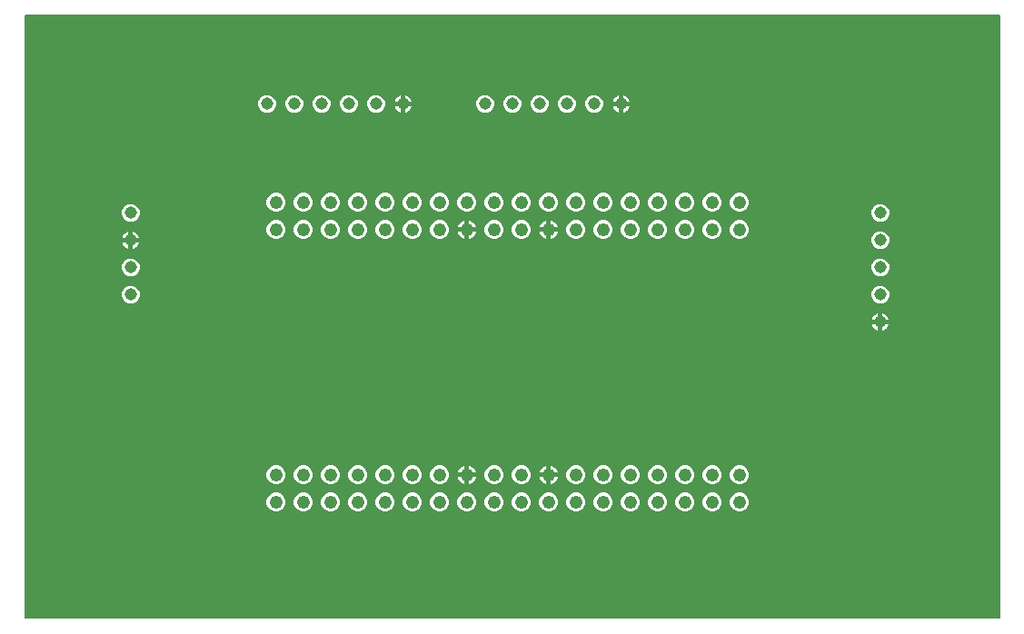
<source format=gbr>
G04 EAGLE Gerber RS-274X export*
G75*
%MOMM*%
%FSLAX34Y34*%
%LPD*%
%INCopper Layer 2*%
%IPPOS*%
%AMOC8*
5,1,8,0,0,1.08239X$1,22.5*%
G01*
%ADD10C,1.244600*%
%ADD11C,1.137919*%

G36*
X910508Y16D02*
X910508Y16D01*
X910627Y23D01*
X910665Y36D01*
X910706Y41D01*
X910816Y84D01*
X910929Y121D01*
X910964Y143D01*
X911001Y158D01*
X911097Y227D01*
X911198Y291D01*
X911226Y321D01*
X911259Y344D01*
X911335Y436D01*
X911416Y523D01*
X911436Y558D01*
X911461Y589D01*
X911512Y697D01*
X911570Y801D01*
X911580Y841D01*
X911597Y877D01*
X911619Y994D01*
X911649Y1109D01*
X911653Y1169D01*
X911657Y1189D01*
X911655Y1210D01*
X911659Y1270D01*
X911659Y561850D01*
X911644Y561968D01*
X911637Y562087D01*
X911624Y562125D01*
X911619Y562166D01*
X911576Y562276D01*
X911539Y562389D01*
X911517Y562424D01*
X911502Y562461D01*
X911433Y562557D01*
X911369Y562658D01*
X911339Y562686D01*
X911316Y562719D01*
X911224Y562795D01*
X911137Y562876D01*
X911102Y562896D01*
X911071Y562921D01*
X910963Y562972D01*
X910859Y563030D01*
X910819Y563040D01*
X910783Y563057D01*
X910666Y563079D01*
X910551Y563109D01*
X910491Y563113D01*
X910471Y563117D01*
X910450Y563115D01*
X910390Y563119D01*
X3810Y563119D01*
X3692Y563104D01*
X3573Y563097D01*
X3535Y563084D01*
X3494Y563079D01*
X3384Y563036D01*
X3271Y562999D01*
X3236Y562977D01*
X3199Y562962D01*
X3103Y562893D01*
X3002Y562829D01*
X2974Y562799D01*
X2941Y562776D01*
X2865Y562684D01*
X2784Y562597D01*
X2764Y562562D01*
X2739Y562531D01*
X2688Y562423D01*
X2630Y562319D01*
X2620Y562279D01*
X2603Y562243D01*
X2581Y562126D01*
X2551Y562011D01*
X2547Y561951D01*
X2543Y561931D01*
X2545Y561910D01*
X2541Y561850D01*
X2541Y1270D01*
X2556Y1152D01*
X2563Y1033D01*
X2576Y995D01*
X2581Y954D01*
X2624Y844D01*
X2661Y731D01*
X2683Y696D01*
X2698Y659D01*
X2767Y563D01*
X2831Y462D01*
X2861Y434D01*
X2884Y401D01*
X2976Y325D01*
X3063Y244D01*
X3098Y224D01*
X3129Y199D01*
X3237Y148D01*
X3341Y90D01*
X3381Y80D01*
X3417Y63D01*
X3534Y41D01*
X3649Y11D01*
X3709Y7D01*
X3729Y3D01*
X3750Y5D01*
X3810Y1D01*
X910390Y1D01*
X910508Y16D01*
G37*
%LPC*%
G36*
X463757Y125596D02*
X463757Y125596D01*
X460536Y126930D01*
X458070Y129396D01*
X456736Y132617D01*
X456736Y136103D01*
X458070Y139324D01*
X460536Y141790D01*
X463757Y143124D01*
X467243Y143124D01*
X470464Y141790D01*
X472930Y139324D01*
X474264Y136103D01*
X474264Y132617D01*
X472930Y129396D01*
X470464Y126930D01*
X467243Y125596D01*
X463757Y125596D01*
G37*
%LPD*%
%LPC*%
G36*
X438357Y125596D02*
X438357Y125596D01*
X435136Y126930D01*
X432670Y129396D01*
X431336Y132617D01*
X431336Y136103D01*
X432670Y139324D01*
X435136Y141790D01*
X438357Y143124D01*
X441843Y143124D01*
X445064Y141790D01*
X447530Y139324D01*
X448864Y136103D01*
X448864Y132617D01*
X447530Y129396D01*
X445064Y126930D01*
X441843Y125596D01*
X438357Y125596D01*
G37*
%LPD*%
%LPC*%
G36*
X387557Y125596D02*
X387557Y125596D01*
X384336Y126930D01*
X381870Y129396D01*
X380536Y132617D01*
X380536Y136103D01*
X381870Y139324D01*
X384336Y141790D01*
X387557Y143124D01*
X391043Y143124D01*
X394264Y141790D01*
X396730Y139324D01*
X398064Y136103D01*
X398064Y132617D01*
X396730Y129396D01*
X394264Y126930D01*
X391043Y125596D01*
X387557Y125596D01*
G37*
%LPD*%
%LPC*%
G36*
X362157Y125596D02*
X362157Y125596D01*
X358936Y126930D01*
X356470Y129396D01*
X355136Y132617D01*
X355136Y136103D01*
X356470Y139324D01*
X358936Y141790D01*
X362157Y143124D01*
X365643Y143124D01*
X368864Y141790D01*
X371330Y139324D01*
X372664Y136103D01*
X372664Y132617D01*
X371330Y129396D01*
X368864Y126930D01*
X365643Y125596D01*
X362157Y125596D01*
G37*
%LPD*%
%LPC*%
G36*
X336757Y125596D02*
X336757Y125596D01*
X333536Y126930D01*
X331070Y129396D01*
X329736Y132617D01*
X329736Y136103D01*
X331070Y139324D01*
X333536Y141790D01*
X336757Y143124D01*
X340243Y143124D01*
X343464Y141790D01*
X345930Y139324D01*
X347264Y136103D01*
X347264Y132617D01*
X345930Y129396D01*
X343464Y126930D01*
X340243Y125596D01*
X336757Y125596D01*
G37*
%LPD*%
%LPC*%
G36*
X311357Y125596D02*
X311357Y125596D01*
X308136Y126930D01*
X305670Y129396D01*
X304336Y132617D01*
X304336Y136103D01*
X305670Y139324D01*
X308136Y141790D01*
X311357Y143124D01*
X314843Y143124D01*
X318064Y141790D01*
X320530Y139324D01*
X321864Y136103D01*
X321864Y132617D01*
X320530Y129396D01*
X318064Y126930D01*
X314843Y125596D01*
X311357Y125596D01*
G37*
%LPD*%
%LPC*%
G36*
X285957Y125596D02*
X285957Y125596D01*
X282736Y126930D01*
X280270Y129396D01*
X278936Y132617D01*
X278936Y136103D01*
X280270Y139324D01*
X282736Y141790D01*
X285957Y143124D01*
X289443Y143124D01*
X292664Y141790D01*
X295130Y139324D01*
X296464Y136103D01*
X296464Y132617D01*
X295130Y129396D01*
X292664Y126930D01*
X289443Y125596D01*
X285957Y125596D01*
G37*
%LPD*%
%LPC*%
G36*
X666957Y100196D02*
X666957Y100196D01*
X663736Y101530D01*
X661270Y103996D01*
X659936Y107217D01*
X659936Y110703D01*
X661270Y113924D01*
X663736Y116390D01*
X666957Y117724D01*
X670443Y117724D01*
X673664Y116390D01*
X676130Y113924D01*
X677464Y110703D01*
X677464Y107217D01*
X676130Y103996D01*
X673664Y101530D01*
X670443Y100196D01*
X666957Y100196D01*
G37*
%LPD*%
%LPC*%
G36*
X641557Y100196D02*
X641557Y100196D01*
X638336Y101530D01*
X635870Y103996D01*
X634536Y107217D01*
X634536Y110703D01*
X635870Y113924D01*
X638336Y116390D01*
X641557Y117724D01*
X645043Y117724D01*
X648264Y116390D01*
X650730Y113924D01*
X652064Y110703D01*
X652064Y107217D01*
X650730Y103996D01*
X648264Y101530D01*
X645043Y100196D01*
X641557Y100196D01*
G37*
%LPD*%
%LPC*%
G36*
X616157Y100196D02*
X616157Y100196D01*
X612936Y101530D01*
X610470Y103996D01*
X609136Y107217D01*
X609136Y110703D01*
X610470Y113924D01*
X612936Y116390D01*
X616157Y117724D01*
X619643Y117724D01*
X622864Y116390D01*
X625330Y113924D01*
X626664Y110703D01*
X626664Y107217D01*
X625330Y103996D01*
X622864Y101530D01*
X619643Y100196D01*
X616157Y100196D01*
G37*
%LPD*%
%LPC*%
G36*
X565357Y100196D02*
X565357Y100196D01*
X562136Y101530D01*
X559670Y103996D01*
X558336Y107217D01*
X558336Y110703D01*
X559670Y113924D01*
X562136Y116390D01*
X565357Y117724D01*
X568843Y117724D01*
X572064Y116390D01*
X574530Y113924D01*
X575864Y110703D01*
X575864Y107217D01*
X574530Y103996D01*
X572064Y101530D01*
X568843Y100196D01*
X565357Y100196D01*
G37*
%LPD*%
%LPC*%
G36*
X539957Y100196D02*
X539957Y100196D01*
X536736Y101530D01*
X534270Y103996D01*
X532936Y107217D01*
X532936Y110703D01*
X534270Y113924D01*
X536736Y116390D01*
X539957Y117724D01*
X543443Y117724D01*
X546664Y116390D01*
X549130Y113924D01*
X550464Y110703D01*
X550464Y107217D01*
X549130Y103996D01*
X546664Y101530D01*
X543443Y100196D01*
X539957Y100196D01*
G37*
%LPD*%
%LPC*%
G36*
X514557Y100196D02*
X514557Y100196D01*
X511336Y101530D01*
X508870Y103996D01*
X507536Y107217D01*
X507536Y110703D01*
X508870Y113924D01*
X511336Y116390D01*
X514557Y117724D01*
X518043Y117724D01*
X521264Y116390D01*
X523730Y113924D01*
X525064Y110703D01*
X525064Y107217D01*
X523730Y103996D01*
X521264Y101530D01*
X518043Y100196D01*
X514557Y100196D01*
G37*
%LPD*%
%LPC*%
G36*
X489157Y379596D02*
X489157Y379596D01*
X485936Y380930D01*
X483470Y383396D01*
X482136Y386617D01*
X482136Y390103D01*
X483470Y393324D01*
X485936Y395790D01*
X489157Y397124D01*
X492643Y397124D01*
X495864Y395790D01*
X498330Y393324D01*
X499664Y390103D01*
X499664Y386617D01*
X498330Y383396D01*
X495864Y380930D01*
X492643Y379596D01*
X489157Y379596D01*
G37*
%LPD*%
%LPC*%
G36*
X489157Y100196D02*
X489157Y100196D01*
X485936Y101530D01*
X483470Y103996D01*
X482136Y107217D01*
X482136Y110703D01*
X483470Y113924D01*
X485936Y116390D01*
X489157Y117724D01*
X492643Y117724D01*
X495864Y116390D01*
X498330Y113924D01*
X499664Y110703D01*
X499664Y107217D01*
X498330Y103996D01*
X495864Y101530D01*
X492643Y100196D01*
X489157Y100196D01*
G37*
%LPD*%
%LPC*%
G36*
X463757Y100196D02*
X463757Y100196D01*
X460536Y101530D01*
X458070Y103996D01*
X456736Y107217D01*
X456736Y110703D01*
X458070Y113924D01*
X460536Y116390D01*
X463757Y117724D01*
X467243Y117724D01*
X470464Y116390D01*
X472930Y113924D01*
X474264Y110703D01*
X474264Y107217D01*
X472930Y103996D01*
X470464Y101530D01*
X467243Y100196D01*
X463757Y100196D01*
G37*
%LPD*%
%LPC*%
G36*
X438357Y100196D02*
X438357Y100196D01*
X435136Y101530D01*
X432670Y103996D01*
X431336Y107217D01*
X431336Y110703D01*
X432670Y113924D01*
X435136Y116390D01*
X438357Y117724D01*
X441843Y117724D01*
X445064Y116390D01*
X447530Y113924D01*
X448864Y110703D01*
X448864Y107217D01*
X447530Y103996D01*
X445064Y101530D01*
X441843Y100196D01*
X438357Y100196D01*
G37*
%LPD*%
%LPC*%
G36*
X412957Y100196D02*
X412957Y100196D01*
X409736Y101530D01*
X407270Y103996D01*
X405936Y107217D01*
X405936Y110703D01*
X407270Y113924D01*
X409736Y116390D01*
X412957Y117724D01*
X416443Y117724D01*
X419664Y116390D01*
X422130Y113924D01*
X423464Y110703D01*
X423464Y107217D01*
X422130Y103996D01*
X419664Y101530D01*
X416443Y100196D01*
X412957Y100196D01*
G37*
%LPD*%
%LPC*%
G36*
X260557Y379596D02*
X260557Y379596D01*
X257336Y380930D01*
X254870Y383396D01*
X253536Y386617D01*
X253536Y390103D01*
X254870Y393324D01*
X257336Y395790D01*
X260557Y397124D01*
X264043Y397124D01*
X267264Y395790D01*
X269730Y393324D01*
X271064Y390103D01*
X271064Y386617D01*
X269730Y383396D01*
X267264Y380930D01*
X264043Y379596D01*
X260557Y379596D01*
G37*
%LPD*%
%LPC*%
G36*
X235157Y379596D02*
X235157Y379596D01*
X231936Y380930D01*
X229470Y383396D01*
X228136Y386617D01*
X228136Y390103D01*
X229470Y393324D01*
X231936Y395790D01*
X235157Y397124D01*
X238643Y397124D01*
X241864Y395790D01*
X244330Y393324D01*
X245664Y390103D01*
X245664Y386617D01*
X244330Y383396D01*
X241864Y380930D01*
X238643Y379596D01*
X235157Y379596D01*
G37*
%LPD*%
%LPC*%
G36*
X666957Y379596D02*
X666957Y379596D01*
X663736Y380930D01*
X661270Y383396D01*
X659936Y386617D01*
X659936Y390103D01*
X661270Y393324D01*
X663736Y395790D01*
X666957Y397124D01*
X670443Y397124D01*
X673664Y395790D01*
X676130Y393324D01*
X677464Y390103D01*
X677464Y386617D01*
X676130Y383396D01*
X673664Y380930D01*
X670443Y379596D01*
X666957Y379596D01*
G37*
%LPD*%
%LPC*%
G36*
X641557Y379596D02*
X641557Y379596D01*
X638336Y380930D01*
X635870Y383396D01*
X634536Y386617D01*
X634536Y390103D01*
X635870Y393324D01*
X638336Y395790D01*
X641557Y397124D01*
X645043Y397124D01*
X648264Y395790D01*
X650730Y393324D01*
X652064Y390103D01*
X652064Y386617D01*
X650730Y383396D01*
X648264Y380930D01*
X645043Y379596D01*
X641557Y379596D01*
G37*
%LPD*%
%LPC*%
G36*
X616157Y379596D02*
X616157Y379596D01*
X612936Y380930D01*
X610470Y383396D01*
X609136Y386617D01*
X609136Y390103D01*
X610470Y393324D01*
X612936Y395790D01*
X616157Y397124D01*
X619643Y397124D01*
X622864Y395790D01*
X625330Y393324D01*
X626664Y390103D01*
X626664Y386617D01*
X625330Y383396D01*
X622864Y380930D01*
X619643Y379596D01*
X616157Y379596D01*
G37*
%LPD*%
%LPC*%
G36*
X590757Y379596D02*
X590757Y379596D01*
X587536Y380930D01*
X585070Y383396D01*
X583736Y386617D01*
X583736Y390103D01*
X585070Y393324D01*
X587536Y395790D01*
X590757Y397124D01*
X594243Y397124D01*
X597464Y395790D01*
X599930Y393324D01*
X601264Y390103D01*
X601264Y386617D01*
X599930Y383396D01*
X597464Y380930D01*
X594243Y379596D01*
X590757Y379596D01*
G37*
%LPD*%
%LPC*%
G36*
X565357Y379596D02*
X565357Y379596D01*
X562136Y380930D01*
X559670Y383396D01*
X558336Y386617D01*
X558336Y390103D01*
X559670Y393324D01*
X562136Y395790D01*
X565357Y397124D01*
X568843Y397124D01*
X572064Y395790D01*
X574530Y393324D01*
X575864Y390103D01*
X575864Y386617D01*
X574530Y383396D01*
X572064Y380930D01*
X568843Y379596D01*
X565357Y379596D01*
G37*
%LPD*%
%LPC*%
G36*
X539957Y379596D02*
X539957Y379596D01*
X536736Y380930D01*
X534270Y383396D01*
X532936Y386617D01*
X532936Y390103D01*
X534270Y393324D01*
X536736Y395790D01*
X539957Y397124D01*
X543443Y397124D01*
X546664Y395790D01*
X549130Y393324D01*
X550464Y390103D01*
X550464Y386617D01*
X549130Y383396D01*
X546664Y380930D01*
X543443Y379596D01*
X539957Y379596D01*
G37*
%LPD*%
%LPC*%
G36*
X514557Y379596D02*
X514557Y379596D01*
X511336Y380930D01*
X508870Y383396D01*
X507536Y386617D01*
X507536Y390103D01*
X508870Y393324D01*
X511336Y395790D01*
X514557Y397124D01*
X518043Y397124D01*
X521264Y395790D01*
X523730Y393324D01*
X525064Y390103D01*
X525064Y386617D01*
X523730Y383396D01*
X521264Y380930D01*
X518043Y379596D01*
X514557Y379596D01*
G37*
%LPD*%
%LPC*%
G36*
X387557Y100196D02*
X387557Y100196D01*
X384336Y101530D01*
X381870Y103996D01*
X380536Y107217D01*
X380536Y110703D01*
X381870Y113924D01*
X384336Y116390D01*
X387557Y117724D01*
X391043Y117724D01*
X394264Y116390D01*
X396730Y113924D01*
X398064Y110703D01*
X398064Y107217D01*
X396730Y103996D01*
X394264Y101530D01*
X391043Y100196D01*
X387557Y100196D01*
G37*
%LPD*%
%LPC*%
G36*
X463757Y379596D02*
X463757Y379596D01*
X460536Y380930D01*
X458070Y383396D01*
X456736Y386617D01*
X456736Y390103D01*
X458070Y393324D01*
X460536Y395790D01*
X463757Y397124D01*
X467243Y397124D01*
X470464Y395790D01*
X472930Y393324D01*
X474264Y390103D01*
X474264Y386617D01*
X472930Y383396D01*
X470464Y380930D01*
X467243Y379596D01*
X463757Y379596D01*
G37*
%LPD*%
%LPC*%
G36*
X438357Y379596D02*
X438357Y379596D01*
X435136Y380930D01*
X432670Y383396D01*
X431336Y386617D01*
X431336Y390103D01*
X432670Y393324D01*
X435136Y395790D01*
X438357Y397124D01*
X441843Y397124D01*
X445064Y395790D01*
X447530Y393324D01*
X448864Y390103D01*
X448864Y386617D01*
X447530Y383396D01*
X445064Y380930D01*
X441843Y379596D01*
X438357Y379596D01*
G37*
%LPD*%
%LPC*%
G36*
X412957Y379596D02*
X412957Y379596D01*
X409736Y380930D01*
X407270Y383396D01*
X405936Y386617D01*
X405936Y390103D01*
X407270Y393324D01*
X409736Y395790D01*
X412957Y397124D01*
X416443Y397124D01*
X419664Y395790D01*
X422130Y393324D01*
X423464Y390103D01*
X423464Y386617D01*
X422130Y383396D01*
X419664Y380930D01*
X416443Y379596D01*
X412957Y379596D01*
G37*
%LPD*%
%LPC*%
G36*
X387557Y379596D02*
X387557Y379596D01*
X384336Y380930D01*
X381870Y383396D01*
X380536Y386617D01*
X380536Y390103D01*
X381870Y393324D01*
X384336Y395790D01*
X387557Y397124D01*
X391043Y397124D01*
X394264Y395790D01*
X396730Y393324D01*
X398064Y390103D01*
X398064Y386617D01*
X396730Y383396D01*
X394264Y380930D01*
X391043Y379596D01*
X387557Y379596D01*
G37*
%LPD*%
%LPC*%
G36*
X362157Y379596D02*
X362157Y379596D01*
X358936Y380930D01*
X356470Y383396D01*
X355136Y386617D01*
X355136Y390103D01*
X356470Y393324D01*
X358936Y395790D01*
X362157Y397124D01*
X365643Y397124D01*
X368864Y395790D01*
X371330Y393324D01*
X372664Y390103D01*
X372664Y386617D01*
X371330Y383396D01*
X368864Y380930D01*
X365643Y379596D01*
X362157Y379596D01*
G37*
%LPD*%
%LPC*%
G36*
X336757Y379596D02*
X336757Y379596D01*
X333536Y380930D01*
X331070Y383396D01*
X329736Y386617D01*
X329736Y390103D01*
X331070Y393324D01*
X333536Y395790D01*
X336757Y397124D01*
X340243Y397124D01*
X343464Y395790D01*
X345930Y393324D01*
X347264Y390103D01*
X347264Y386617D01*
X345930Y383396D01*
X343464Y380930D01*
X340243Y379596D01*
X336757Y379596D01*
G37*
%LPD*%
%LPC*%
G36*
X311357Y379596D02*
X311357Y379596D01*
X308136Y380930D01*
X305670Y383396D01*
X304336Y386617D01*
X304336Y390103D01*
X305670Y393324D01*
X308136Y395790D01*
X311357Y397124D01*
X314843Y397124D01*
X318064Y395790D01*
X320530Y393324D01*
X321864Y390103D01*
X321864Y386617D01*
X320530Y383396D01*
X318064Y380930D01*
X314843Y379596D01*
X311357Y379596D01*
G37*
%LPD*%
%LPC*%
G36*
X285957Y379596D02*
X285957Y379596D01*
X282736Y380930D01*
X280270Y383396D01*
X278936Y386617D01*
X278936Y390103D01*
X280270Y393324D01*
X282736Y395790D01*
X285957Y397124D01*
X289443Y397124D01*
X292664Y395790D01*
X295130Y393324D01*
X296464Y390103D01*
X296464Y386617D01*
X295130Y383396D01*
X292664Y380930D01*
X289443Y379596D01*
X285957Y379596D01*
G37*
%LPD*%
%LPC*%
G36*
X362157Y100196D02*
X362157Y100196D01*
X358936Y101530D01*
X356470Y103996D01*
X355136Y107217D01*
X355136Y110703D01*
X356470Y113924D01*
X358936Y116390D01*
X362157Y117724D01*
X365643Y117724D01*
X368864Y116390D01*
X371330Y113924D01*
X372664Y110703D01*
X372664Y107217D01*
X371330Y103996D01*
X368864Y101530D01*
X365643Y100196D01*
X362157Y100196D01*
G37*
%LPD*%
%LPC*%
G36*
X336757Y100196D02*
X336757Y100196D01*
X333536Y101530D01*
X331070Y103996D01*
X329736Y107217D01*
X329736Y110703D01*
X331070Y113924D01*
X333536Y116390D01*
X336757Y117724D01*
X340243Y117724D01*
X343464Y116390D01*
X345930Y113924D01*
X347264Y110703D01*
X347264Y107217D01*
X345930Y103996D01*
X343464Y101530D01*
X340243Y100196D01*
X336757Y100196D01*
G37*
%LPD*%
%LPC*%
G36*
X260557Y354196D02*
X260557Y354196D01*
X257336Y355530D01*
X254870Y357996D01*
X253536Y361217D01*
X253536Y364703D01*
X254870Y367924D01*
X257336Y370390D01*
X260557Y371724D01*
X264043Y371724D01*
X267264Y370390D01*
X269730Y367924D01*
X271064Y364703D01*
X271064Y361217D01*
X269730Y357996D01*
X267264Y355530D01*
X264043Y354196D01*
X260557Y354196D01*
G37*
%LPD*%
%LPC*%
G36*
X235157Y354196D02*
X235157Y354196D01*
X231936Y355530D01*
X229470Y357996D01*
X228136Y361217D01*
X228136Y364703D01*
X229470Y367924D01*
X231936Y370390D01*
X235157Y371724D01*
X238643Y371724D01*
X241864Y370390D01*
X244330Y367924D01*
X245664Y364703D01*
X245664Y361217D01*
X244330Y357996D01*
X241864Y355530D01*
X238643Y354196D01*
X235157Y354196D01*
G37*
%LPD*%
%LPC*%
G36*
X666957Y354196D02*
X666957Y354196D01*
X663736Y355530D01*
X661270Y357996D01*
X659936Y361217D01*
X659936Y364703D01*
X661270Y367924D01*
X663736Y370390D01*
X666957Y371724D01*
X670443Y371724D01*
X673664Y370390D01*
X676130Y367924D01*
X677464Y364703D01*
X677464Y361217D01*
X676130Y357996D01*
X673664Y355530D01*
X670443Y354196D01*
X666957Y354196D01*
G37*
%LPD*%
%LPC*%
G36*
X641557Y354196D02*
X641557Y354196D01*
X638336Y355530D01*
X635870Y357996D01*
X634536Y361217D01*
X634536Y364703D01*
X635870Y367924D01*
X638336Y370390D01*
X641557Y371724D01*
X645043Y371724D01*
X648264Y370390D01*
X650730Y367924D01*
X652064Y364703D01*
X652064Y361217D01*
X650730Y357996D01*
X648264Y355530D01*
X645043Y354196D01*
X641557Y354196D01*
G37*
%LPD*%
%LPC*%
G36*
X616157Y354196D02*
X616157Y354196D01*
X612936Y355530D01*
X610470Y357996D01*
X609136Y361217D01*
X609136Y364703D01*
X610470Y367924D01*
X612936Y370390D01*
X616157Y371724D01*
X619643Y371724D01*
X622864Y370390D01*
X625330Y367924D01*
X626664Y364703D01*
X626664Y361217D01*
X625330Y357996D01*
X622864Y355530D01*
X619643Y354196D01*
X616157Y354196D01*
G37*
%LPD*%
%LPC*%
G36*
X590757Y354196D02*
X590757Y354196D01*
X587536Y355530D01*
X585070Y357996D01*
X583736Y361217D01*
X583736Y364703D01*
X585070Y367924D01*
X587536Y370390D01*
X590757Y371724D01*
X594243Y371724D01*
X597464Y370390D01*
X599930Y367924D01*
X601264Y364703D01*
X601264Y361217D01*
X599930Y357996D01*
X597464Y355530D01*
X594243Y354196D01*
X590757Y354196D01*
G37*
%LPD*%
%LPC*%
G36*
X565357Y354196D02*
X565357Y354196D01*
X562136Y355530D01*
X559670Y357996D01*
X558336Y361217D01*
X558336Y364703D01*
X559670Y367924D01*
X562136Y370390D01*
X565357Y371724D01*
X568843Y371724D01*
X572064Y370390D01*
X574530Y367924D01*
X575864Y364703D01*
X575864Y361217D01*
X574530Y357996D01*
X572064Y355530D01*
X568843Y354196D01*
X565357Y354196D01*
G37*
%LPD*%
%LPC*%
G36*
X539957Y354196D02*
X539957Y354196D01*
X536736Y355530D01*
X534270Y357996D01*
X532936Y361217D01*
X532936Y364703D01*
X534270Y367924D01*
X536736Y370390D01*
X539957Y371724D01*
X543443Y371724D01*
X546664Y370390D01*
X549130Y367924D01*
X550464Y364703D01*
X550464Y361217D01*
X549130Y357996D01*
X546664Y355530D01*
X543443Y354196D01*
X539957Y354196D01*
G37*
%LPD*%
%LPC*%
G36*
X514557Y354196D02*
X514557Y354196D01*
X511336Y355530D01*
X508870Y357996D01*
X507536Y361217D01*
X507536Y364703D01*
X508870Y367924D01*
X511336Y370390D01*
X514557Y371724D01*
X518043Y371724D01*
X521264Y370390D01*
X523730Y367924D01*
X525064Y364703D01*
X525064Y361217D01*
X523730Y357996D01*
X521264Y355530D01*
X518043Y354196D01*
X514557Y354196D01*
G37*
%LPD*%
%LPC*%
G36*
X463757Y354196D02*
X463757Y354196D01*
X460536Y355530D01*
X458070Y357996D01*
X456736Y361217D01*
X456736Y364703D01*
X458070Y367924D01*
X460536Y370390D01*
X463757Y371724D01*
X467243Y371724D01*
X470464Y370390D01*
X472930Y367924D01*
X474264Y364703D01*
X474264Y361217D01*
X472930Y357996D01*
X470464Y355530D01*
X467243Y354196D01*
X463757Y354196D01*
G37*
%LPD*%
%LPC*%
G36*
X438357Y354196D02*
X438357Y354196D01*
X435136Y355530D01*
X432670Y357996D01*
X431336Y361217D01*
X431336Y364703D01*
X432670Y367924D01*
X435136Y370390D01*
X438357Y371724D01*
X441843Y371724D01*
X445064Y370390D01*
X447530Y367924D01*
X448864Y364703D01*
X448864Y361217D01*
X447530Y357996D01*
X445064Y355530D01*
X441843Y354196D01*
X438357Y354196D01*
G37*
%LPD*%
%LPC*%
G36*
X387557Y354196D02*
X387557Y354196D01*
X384336Y355530D01*
X381870Y357996D01*
X380536Y361217D01*
X380536Y364703D01*
X381870Y367924D01*
X384336Y370390D01*
X387557Y371724D01*
X391043Y371724D01*
X394264Y370390D01*
X396730Y367924D01*
X398064Y364703D01*
X398064Y361217D01*
X396730Y357996D01*
X394264Y355530D01*
X391043Y354196D01*
X387557Y354196D01*
G37*
%LPD*%
%LPC*%
G36*
X362157Y354196D02*
X362157Y354196D01*
X358936Y355530D01*
X356470Y357996D01*
X355136Y361217D01*
X355136Y364703D01*
X356470Y367924D01*
X358936Y370390D01*
X362157Y371724D01*
X365643Y371724D01*
X368864Y370390D01*
X371330Y367924D01*
X372664Y364703D01*
X372664Y361217D01*
X371330Y357996D01*
X368864Y355530D01*
X365643Y354196D01*
X362157Y354196D01*
G37*
%LPD*%
%LPC*%
G36*
X336757Y354196D02*
X336757Y354196D01*
X333536Y355530D01*
X331070Y357996D01*
X329736Y361217D01*
X329736Y364703D01*
X331070Y367924D01*
X333536Y370390D01*
X336757Y371724D01*
X340243Y371724D01*
X343464Y370390D01*
X345930Y367924D01*
X347264Y364703D01*
X347264Y361217D01*
X345930Y357996D01*
X343464Y355530D01*
X340243Y354196D01*
X336757Y354196D01*
G37*
%LPD*%
%LPC*%
G36*
X311357Y354196D02*
X311357Y354196D01*
X308136Y355530D01*
X305670Y357996D01*
X304336Y361217D01*
X304336Y364703D01*
X305670Y367924D01*
X308136Y370390D01*
X311357Y371724D01*
X314843Y371724D01*
X318064Y370390D01*
X320530Y367924D01*
X321864Y364703D01*
X321864Y361217D01*
X320530Y357996D01*
X318064Y355530D01*
X314843Y354196D01*
X311357Y354196D01*
G37*
%LPD*%
%LPC*%
G36*
X285957Y354196D02*
X285957Y354196D01*
X282736Y355530D01*
X280270Y357996D01*
X278936Y361217D01*
X278936Y364703D01*
X280270Y367924D01*
X282736Y370390D01*
X285957Y371724D01*
X289443Y371724D01*
X292664Y370390D01*
X295130Y367924D01*
X296464Y364703D01*
X296464Y361217D01*
X295130Y357996D01*
X292664Y355530D01*
X289443Y354196D01*
X285957Y354196D01*
G37*
%LPD*%
%LPC*%
G36*
X311357Y100196D02*
X311357Y100196D01*
X308136Y101530D01*
X305670Y103996D01*
X304336Y107217D01*
X304336Y110703D01*
X305670Y113924D01*
X308136Y116390D01*
X311357Y117724D01*
X314843Y117724D01*
X318064Y116390D01*
X320530Y113924D01*
X321864Y110703D01*
X321864Y107217D01*
X320530Y103996D01*
X318064Y101530D01*
X314843Y100196D01*
X311357Y100196D01*
G37*
%LPD*%
%LPC*%
G36*
X285957Y100196D02*
X285957Y100196D01*
X282736Y101530D01*
X280270Y103996D01*
X278936Y107217D01*
X278936Y110703D01*
X280270Y113924D01*
X282736Y116390D01*
X285957Y117724D01*
X289443Y117724D01*
X292664Y116390D01*
X295130Y113924D01*
X296464Y110703D01*
X296464Y107217D01*
X295130Y103996D01*
X292664Y101530D01*
X289443Y100196D01*
X285957Y100196D01*
G37*
%LPD*%
%LPC*%
G36*
X260557Y100196D02*
X260557Y100196D01*
X257336Y101530D01*
X254870Y103996D01*
X253536Y107217D01*
X253536Y110703D01*
X254870Y113924D01*
X257336Y116390D01*
X260557Y117724D01*
X264043Y117724D01*
X267264Y116390D01*
X269730Y113924D01*
X271064Y110703D01*
X271064Y107217D01*
X269730Y103996D01*
X267264Y101530D01*
X264043Y100196D01*
X260557Y100196D01*
G37*
%LPD*%
%LPC*%
G36*
X235157Y100196D02*
X235157Y100196D01*
X231936Y101530D01*
X229470Y103996D01*
X228136Y107217D01*
X228136Y110703D01*
X229470Y113924D01*
X231936Y116390D01*
X235157Y117724D01*
X238643Y117724D01*
X241864Y116390D01*
X244330Y113924D01*
X245664Y110703D01*
X245664Y107217D01*
X244330Y103996D01*
X241864Y101530D01*
X238643Y100196D01*
X235157Y100196D01*
G37*
%LPD*%
%LPC*%
G36*
X590757Y100196D02*
X590757Y100196D01*
X587536Y101530D01*
X585070Y103996D01*
X583736Y107217D01*
X583736Y110703D01*
X585070Y113924D01*
X587536Y116390D01*
X590757Y117724D01*
X594243Y117724D01*
X597464Y116390D01*
X599930Y113924D01*
X601264Y110703D01*
X601264Y107217D01*
X599930Y103996D01*
X597464Y101530D01*
X594243Y100196D01*
X590757Y100196D01*
G37*
%LPD*%
%LPC*%
G36*
X260557Y125596D02*
X260557Y125596D01*
X257336Y126930D01*
X254870Y129396D01*
X253536Y132617D01*
X253536Y136103D01*
X254870Y139324D01*
X257336Y141790D01*
X260557Y143124D01*
X264043Y143124D01*
X267264Y141790D01*
X269730Y139324D01*
X271064Y136103D01*
X271064Y132617D01*
X269730Y129396D01*
X267264Y126930D01*
X264043Y125596D01*
X260557Y125596D01*
G37*
%LPD*%
%LPC*%
G36*
X235157Y125596D02*
X235157Y125596D01*
X231936Y126930D01*
X229470Y129396D01*
X228136Y132617D01*
X228136Y136103D01*
X229470Y139324D01*
X231936Y141790D01*
X235157Y143124D01*
X238643Y143124D01*
X241864Y141790D01*
X244330Y139324D01*
X245664Y136103D01*
X245664Y132617D01*
X244330Y129396D01*
X241864Y126930D01*
X238643Y125596D01*
X235157Y125596D01*
G37*
%LPD*%
%LPC*%
G36*
X666957Y125596D02*
X666957Y125596D01*
X663736Y126930D01*
X661270Y129396D01*
X659936Y132617D01*
X659936Y136103D01*
X661270Y139324D01*
X663736Y141790D01*
X666957Y143124D01*
X670443Y143124D01*
X673664Y141790D01*
X676130Y139324D01*
X677464Y136103D01*
X677464Y132617D01*
X676130Y129396D01*
X673664Y126930D01*
X670443Y125596D01*
X666957Y125596D01*
G37*
%LPD*%
%LPC*%
G36*
X641557Y125596D02*
X641557Y125596D01*
X638336Y126930D01*
X635870Y129396D01*
X634536Y132617D01*
X634536Y136103D01*
X635870Y139324D01*
X638336Y141790D01*
X641557Y143124D01*
X645043Y143124D01*
X648264Y141790D01*
X650730Y139324D01*
X652064Y136103D01*
X652064Y132617D01*
X650730Y129396D01*
X648264Y126930D01*
X645043Y125596D01*
X641557Y125596D01*
G37*
%LPD*%
%LPC*%
G36*
X616157Y125596D02*
X616157Y125596D01*
X612936Y126930D01*
X610470Y129396D01*
X609136Y132617D01*
X609136Y136103D01*
X610470Y139324D01*
X612936Y141790D01*
X616157Y143124D01*
X619643Y143124D01*
X622864Y141790D01*
X625330Y139324D01*
X626664Y136103D01*
X626664Y132617D01*
X625330Y129396D01*
X622864Y126930D01*
X619643Y125596D01*
X616157Y125596D01*
G37*
%LPD*%
%LPC*%
G36*
X590757Y125596D02*
X590757Y125596D01*
X587536Y126930D01*
X585070Y129396D01*
X583736Y132617D01*
X583736Y136103D01*
X585070Y139324D01*
X587536Y141790D01*
X590757Y143124D01*
X594243Y143124D01*
X597464Y141790D01*
X599930Y139324D01*
X601264Y136103D01*
X601264Y132617D01*
X599930Y129396D01*
X597464Y126930D01*
X594243Y125596D01*
X590757Y125596D01*
G37*
%LPD*%
%LPC*%
G36*
X565357Y125596D02*
X565357Y125596D01*
X562136Y126930D01*
X559670Y129396D01*
X558336Y132617D01*
X558336Y136103D01*
X559670Y139324D01*
X562136Y141790D01*
X565357Y143124D01*
X568843Y143124D01*
X572064Y141790D01*
X574530Y139324D01*
X575864Y136103D01*
X575864Y132617D01*
X574530Y129396D01*
X572064Y126930D01*
X568843Y125596D01*
X565357Y125596D01*
G37*
%LPD*%
%LPC*%
G36*
X539957Y125596D02*
X539957Y125596D01*
X536736Y126930D01*
X534270Y129396D01*
X532936Y132617D01*
X532936Y136103D01*
X534270Y139324D01*
X536736Y141790D01*
X539957Y143124D01*
X543443Y143124D01*
X546664Y141790D01*
X549130Y139324D01*
X550464Y136103D01*
X550464Y132617D01*
X549130Y129396D01*
X546664Y126930D01*
X543443Y125596D01*
X539957Y125596D01*
G37*
%LPD*%
%LPC*%
G36*
X514557Y125596D02*
X514557Y125596D01*
X511336Y126930D01*
X508870Y129396D01*
X507536Y132617D01*
X507536Y136103D01*
X508870Y139324D01*
X511336Y141790D01*
X514557Y143124D01*
X518043Y143124D01*
X521264Y141790D01*
X523730Y139324D01*
X525064Y136103D01*
X525064Y132617D01*
X523730Y129396D01*
X521264Y126930D01*
X518043Y125596D01*
X514557Y125596D01*
G37*
%LPD*%
%LPC*%
G36*
X531763Y471830D02*
X531763Y471830D01*
X528738Y473083D01*
X526423Y475398D01*
X525170Y478423D01*
X525170Y481697D01*
X526423Y484722D01*
X528738Y487037D01*
X531763Y488290D01*
X535037Y488290D01*
X538062Y487037D01*
X540377Y484722D01*
X541630Y481697D01*
X541630Y478423D01*
X540377Y475398D01*
X538062Y473083D01*
X535037Y471830D01*
X531763Y471830D01*
G37*
%LPD*%
%LPC*%
G36*
X506363Y471830D02*
X506363Y471830D01*
X503338Y473083D01*
X501023Y475398D01*
X499770Y478423D01*
X499770Y481697D01*
X501023Y484722D01*
X503338Y487037D01*
X506363Y488290D01*
X509637Y488290D01*
X512662Y487037D01*
X514977Y484722D01*
X516230Y481697D01*
X516230Y478423D01*
X514977Y475398D01*
X512662Y473083D01*
X509637Y471830D01*
X506363Y471830D01*
G37*
%LPD*%
%LPC*%
G36*
X480963Y471830D02*
X480963Y471830D01*
X477938Y473083D01*
X475623Y475398D01*
X474370Y478423D01*
X474370Y481697D01*
X475623Y484722D01*
X477938Y487037D01*
X480963Y488290D01*
X484237Y488290D01*
X487262Y487037D01*
X489577Y484722D01*
X490830Y481697D01*
X490830Y478423D01*
X489577Y475398D01*
X487262Y473083D01*
X484237Y471830D01*
X480963Y471830D01*
G37*
%LPD*%
%LPC*%
G36*
X455563Y471830D02*
X455563Y471830D01*
X452538Y473083D01*
X450223Y475398D01*
X448970Y478423D01*
X448970Y481697D01*
X450223Y484722D01*
X452538Y487037D01*
X455563Y488290D01*
X458837Y488290D01*
X461862Y487037D01*
X464177Y484722D01*
X465430Y481697D01*
X465430Y478423D01*
X464177Y475398D01*
X461862Y473083D01*
X458837Y471830D01*
X455563Y471830D01*
G37*
%LPD*%
%LPC*%
G36*
X430163Y471830D02*
X430163Y471830D01*
X427138Y473083D01*
X424823Y475398D01*
X423570Y478423D01*
X423570Y481697D01*
X424823Y484722D01*
X427138Y487037D01*
X430163Y488290D01*
X433437Y488290D01*
X436462Y487037D01*
X438777Y484722D01*
X440030Y481697D01*
X440030Y478423D01*
X438777Y475398D01*
X436462Y473083D01*
X433437Y471830D01*
X430163Y471830D01*
G37*
%LPD*%
%LPC*%
G36*
X328563Y471830D02*
X328563Y471830D01*
X325538Y473083D01*
X323223Y475398D01*
X321970Y478423D01*
X321970Y481697D01*
X323223Y484722D01*
X325538Y487037D01*
X328563Y488290D01*
X331837Y488290D01*
X334862Y487037D01*
X337177Y484722D01*
X338430Y481697D01*
X338430Y478423D01*
X337177Y475398D01*
X334862Y473083D01*
X331837Y471830D01*
X328563Y471830D01*
G37*
%LPD*%
%LPC*%
G36*
X303163Y471830D02*
X303163Y471830D01*
X300138Y473083D01*
X297823Y475398D01*
X296570Y478423D01*
X296570Y481697D01*
X297823Y484722D01*
X300138Y487037D01*
X303163Y488290D01*
X306437Y488290D01*
X309462Y487037D01*
X311777Y484722D01*
X313030Y481697D01*
X313030Y478423D01*
X311777Y475398D01*
X309462Y473083D01*
X306437Y471830D01*
X303163Y471830D01*
G37*
%LPD*%
%LPC*%
G36*
X277763Y471830D02*
X277763Y471830D01*
X274738Y473083D01*
X272423Y475398D01*
X271170Y478423D01*
X271170Y481697D01*
X272423Y484722D01*
X274738Y487037D01*
X277763Y488290D01*
X281037Y488290D01*
X284062Y487037D01*
X286377Y484722D01*
X287630Y481697D01*
X287630Y478423D01*
X286377Y475398D01*
X284062Y473083D01*
X281037Y471830D01*
X277763Y471830D01*
G37*
%LPD*%
%LPC*%
G36*
X252363Y471830D02*
X252363Y471830D01*
X249338Y473083D01*
X247023Y475398D01*
X245770Y478423D01*
X245770Y481697D01*
X247023Y484722D01*
X249338Y487037D01*
X252363Y488290D01*
X255637Y488290D01*
X258662Y487037D01*
X260977Y484722D01*
X262230Y481697D01*
X262230Y478423D01*
X260977Y475398D01*
X258662Y473083D01*
X255637Y471830D01*
X252363Y471830D01*
G37*
%LPD*%
%LPC*%
G36*
X226963Y471830D02*
X226963Y471830D01*
X223938Y473083D01*
X221623Y475398D01*
X220370Y478423D01*
X220370Y481697D01*
X221623Y484722D01*
X223938Y487037D01*
X226963Y488290D01*
X230237Y488290D01*
X233262Y487037D01*
X235577Y484722D01*
X236830Y481697D01*
X236830Y478423D01*
X235577Y475398D01*
X233262Y473083D01*
X230237Y471830D01*
X226963Y471830D01*
G37*
%LPD*%
%LPC*%
G36*
X798463Y319430D02*
X798463Y319430D01*
X795438Y320683D01*
X793123Y322998D01*
X791870Y326023D01*
X791870Y329297D01*
X793123Y332322D01*
X795438Y334637D01*
X798463Y335890D01*
X801737Y335890D01*
X804762Y334637D01*
X807077Y332322D01*
X808330Y329297D01*
X808330Y326023D01*
X807077Y322998D01*
X804762Y320683D01*
X801737Y319430D01*
X798463Y319430D01*
G37*
%LPD*%
%LPC*%
G36*
X798463Y370230D02*
X798463Y370230D01*
X795438Y371483D01*
X793123Y373798D01*
X791870Y376823D01*
X791870Y380097D01*
X793123Y383122D01*
X795438Y385437D01*
X798463Y386690D01*
X801737Y386690D01*
X804762Y385437D01*
X807077Y383122D01*
X808330Y380097D01*
X808330Y376823D01*
X807077Y373798D01*
X804762Y371483D01*
X801737Y370230D01*
X798463Y370230D01*
G37*
%LPD*%
%LPC*%
G36*
X99963Y370230D02*
X99963Y370230D01*
X96938Y371483D01*
X94623Y373798D01*
X93370Y376823D01*
X93370Y380097D01*
X94623Y383122D01*
X96938Y385437D01*
X99963Y386690D01*
X103237Y386690D01*
X106262Y385437D01*
X108577Y383122D01*
X109830Y380097D01*
X109830Y376823D01*
X108577Y373798D01*
X106262Y371483D01*
X103237Y370230D01*
X99963Y370230D01*
G37*
%LPD*%
%LPC*%
G36*
X798463Y294030D02*
X798463Y294030D01*
X795438Y295283D01*
X793123Y297598D01*
X791870Y300623D01*
X791870Y303897D01*
X793123Y306922D01*
X795438Y309237D01*
X798463Y310490D01*
X801737Y310490D01*
X804762Y309237D01*
X807077Y306922D01*
X808330Y303897D01*
X808330Y300623D01*
X807077Y297598D01*
X804762Y295283D01*
X801737Y294030D01*
X798463Y294030D01*
G37*
%LPD*%
%LPC*%
G36*
X798463Y344830D02*
X798463Y344830D01*
X795438Y346083D01*
X793123Y348398D01*
X791870Y351423D01*
X791870Y354697D01*
X793123Y357722D01*
X795438Y360037D01*
X798463Y361290D01*
X801737Y361290D01*
X804762Y360037D01*
X807077Y357722D01*
X808330Y354697D01*
X808330Y351423D01*
X807077Y348398D01*
X804762Y346083D01*
X801737Y344830D01*
X798463Y344830D01*
G37*
%LPD*%
%LPC*%
G36*
X99963Y294030D02*
X99963Y294030D01*
X96938Y295283D01*
X94623Y297598D01*
X93370Y300623D01*
X93370Y303897D01*
X94623Y306922D01*
X96938Y309237D01*
X99963Y310490D01*
X103237Y310490D01*
X106262Y309237D01*
X108577Y306922D01*
X109830Y303897D01*
X109830Y300623D01*
X108577Y297598D01*
X106262Y295283D01*
X103237Y294030D01*
X99963Y294030D01*
G37*
%LPD*%
%LPC*%
G36*
X99963Y319430D02*
X99963Y319430D01*
X96938Y320683D01*
X94623Y322998D01*
X93370Y326023D01*
X93370Y329297D01*
X94623Y332322D01*
X96938Y334637D01*
X99963Y335890D01*
X103237Y335890D01*
X106262Y334637D01*
X108577Y332322D01*
X109830Y329297D01*
X109830Y326023D01*
X108577Y322998D01*
X106262Y320683D01*
X103237Y319430D01*
X99963Y319430D01*
G37*
%LPD*%
%LPC*%
G36*
X493122Y136582D02*
X493122Y136582D01*
X493122Y142853D01*
X493456Y142787D01*
X495051Y142126D01*
X496487Y141167D01*
X497707Y139947D01*
X498666Y138511D01*
X499327Y136916D01*
X499393Y136582D01*
X493122Y136582D01*
G37*
%LPD*%
%LPC*%
G36*
X493122Y365182D02*
X493122Y365182D01*
X493122Y371453D01*
X493456Y371387D01*
X495051Y370726D01*
X496487Y369767D01*
X497707Y368547D01*
X498666Y367111D01*
X499327Y365516D01*
X499393Y365182D01*
X493122Y365182D01*
G37*
%LPD*%
%LPC*%
G36*
X416922Y365182D02*
X416922Y365182D01*
X416922Y371453D01*
X417256Y371387D01*
X418851Y370726D01*
X420287Y369767D01*
X421507Y368547D01*
X422466Y367111D01*
X423127Y365516D01*
X423193Y365182D01*
X416922Y365182D01*
G37*
%LPD*%
%LPC*%
G36*
X416922Y136582D02*
X416922Y136582D01*
X416922Y142853D01*
X417256Y142787D01*
X418851Y142126D01*
X420287Y141167D01*
X421507Y139947D01*
X422466Y138511D01*
X423127Y136916D01*
X423193Y136582D01*
X416922Y136582D01*
G37*
%LPD*%
%LPC*%
G36*
X482407Y136582D02*
X482407Y136582D01*
X482473Y136916D01*
X483134Y138511D01*
X484093Y139947D01*
X485313Y141167D01*
X486749Y142126D01*
X488344Y142787D01*
X488678Y142853D01*
X488678Y136582D01*
X482407Y136582D01*
G37*
%LPD*%
%LPC*%
G36*
X493122Y132138D02*
X493122Y132138D01*
X499393Y132138D01*
X499327Y131804D01*
X498666Y130209D01*
X497707Y128773D01*
X496487Y127553D01*
X495051Y126594D01*
X493456Y125933D01*
X493122Y125867D01*
X493122Y132138D01*
G37*
%LPD*%
%LPC*%
G36*
X416922Y132138D02*
X416922Y132138D01*
X423193Y132138D01*
X423127Y131804D01*
X422466Y130209D01*
X421507Y128773D01*
X420287Y127553D01*
X418851Y126594D01*
X417256Y125933D01*
X416922Y125867D01*
X416922Y132138D01*
G37*
%LPD*%
%LPC*%
G36*
X416922Y360738D02*
X416922Y360738D01*
X423193Y360738D01*
X423127Y360404D01*
X422466Y358809D01*
X421507Y357373D01*
X420287Y356153D01*
X418851Y355194D01*
X417256Y354533D01*
X416922Y354467D01*
X416922Y360738D01*
G37*
%LPD*%
%LPC*%
G36*
X406207Y365182D02*
X406207Y365182D01*
X406273Y365516D01*
X406934Y367111D01*
X407893Y368547D01*
X409113Y369767D01*
X410549Y370726D01*
X412144Y371387D01*
X412478Y371453D01*
X412478Y365182D01*
X406207Y365182D01*
G37*
%LPD*%
%LPC*%
G36*
X482407Y365182D02*
X482407Y365182D01*
X482473Y365516D01*
X483134Y367111D01*
X484093Y368547D01*
X485313Y369767D01*
X486749Y370726D01*
X488344Y371387D01*
X488678Y371453D01*
X488678Y365182D01*
X482407Y365182D01*
G37*
%LPD*%
%LPC*%
G36*
X493122Y360738D02*
X493122Y360738D01*
X499393Y360738D01*
X499327Y360404D01*
X498666Y358809D01*
X497707Y357373D01*
X496487Y356153D01*
X495051Y355194D01*
X493456Y354533D01*
X493122Y354467D01*
X493122Y360738D01*
G37*
%LPD*%
%LPC*%
G36*
X406207Y136582D02*
X406207Y136582D01*
X406273Y136916D01*
X406934Y138511D01*
X407893Y139947D01*
X409113Y141167D01*
X410549Y142126D01*
X412144Y142787D01*
X412478Y142853D01*
X412478Y136582D01*
X406207Y136582D01*
G37*
%LPD*%
%LPC*%
G36*
X488344Y125933D02*
X488344Y125933D01*
X486749Y126594D01*
X485313Y127553D01*
X484093Y128773D01*
X483134Y130209D01*
X482473Y131804D01*
X482407Y132138D01*
X488678Y132138D01*
X488678Y125867D01*
X488344Y125933D01*
G37*
%LPD*%
%LPC*%
G36*
X412144Y125933D02*
X412144Y125933D01*
X410549Y126594D01*
X409113Y127553D01*
X407893Y128773D01*
X406934Y130209D01*
X406273Y131804D01*
X406207Y132138D01*
X412478Y132138D01*
X412478Y125867D01*
X412144Y125933D01*
G37*
%LPD*%
%LPC*%
G36*
X412144Y354533D02*
X412144Y354533D01*
X410549Y355194D01*
X409113Y356153D01*
X407893Y357373D01*
X406934Y358809D01*
X406273Y360404D01*
X406207Y360738D01*
X412478Y360738D01*
X412478Y354467D01*
X412144Y354533D01*
G37*
%LPD*%
%LPC*%
G36*
X488344Y354533D02*
X488344Y354533D01*
X486749Y355194D01*
X485313Y356153D01*
X484093Y357373D01*
X483134Y358809D01*
X482473Y360404D01*
X482407Y360738D01*
X488678Y360738D01*
X488678Y354467D01*
X488344Y354533D01*
G37*
%LPD*%
%LPC*%
G36*
X357631Y482091D02*
X357631Y482091D01*
X357631Y488048D01*
X358001Y487974D01*
X359498Y487354D01*
X360847Y486453D01*
X361993Y485307D01*
X362894Y483958D01*
X363514Y482461D01*
X363588Y482091D01*
X357631Y482091D01*
G37*
%LPD*%
%LPC*%
G36*
X103631Y355091D02*
X103631Y355091D01*
X103631Y361048D01*
X104001Y360974D01*
X105498Y360354D01*
X106847Y359453D01*
X107993Y358307D01*
X108894Y356958D01*
X109514Y355461D01*
X109588Y355091D01*
X103631Y355091D01*
G37*
%LPD*%
%LPC*%
G36*
X560831Y482091D02*
X560831Y482091D01*
X560831Y488048D01*
X561201Y487974D01*
X562698Y487354D01*
X564047Y486453D01*
X565193Y485307D01*
X566094Y483958D01*
X566714Y482461D01*
X566788Y482091D01*
X560831Y482091D01*
G37*
%LPD*%
%LPC*%
G36*
X802131Y278891D02*
X802131Y278891D01*
X802131Y284848D01*
X802501Y284774D01*
X803998Y284154D01*
X805347Y283253D01*
X806493Y282107D01*
X807394Y280758D01*
X808014Y279261D01*
X808088Y278891D01*
X802131Y278891D01*
G37*
%LPD*%
%LPC*%
G36*
X347612Y482091D02*
X347612Y482091D01*
X347686Y482461D01*
X348306Y483958D01*
X349207Y485307D01*
X350353Y486453D01*
X351702Y487354D01*
X353199Y487974D01*
X353569Y488048D01*
X353569Y482091D01*
X347612Y482091D01*
G37*
%LPD*%
%LPC*%
G36*
X550812Y482091D02*
X550812Y482091D01*
X550886Y482461D01*
X551506Y483958D01*
X552407Y485307D01*
X553553Y486453D01*
X554902Y487354D01*
X556399Y487974D01*
X556769Y488048D01*
X556769Y482091D01*
X550812Y482091D01*
G37*
%LPD*%
%LPC*%
G36*
X357631Y478029D02*
X357631Y478029D01*
X363588Y478029D01*
X363514Y477659D01*
X362894Y476162D01*
X361993Y474813D01*
X360847Y473667D01*
X359498Y472766D01*
X358001Y472146D01*
X357631Y472072D01*
X357631Y478029D01*
G37*
%LPD*%
%LPC*%
G36*
X93612Y355091D02*
X93612Y355091D01*
X93686Y355461D01*
X94306Y356958D01*
X95207Y358307D01*
X96353Y359453D01*
X97702Y360354D01*
X99199Y360974D01*
X99569Y361048D01*
X99569Y355091D01*
X93612Y355091D01*
G37*
%LPD*%
%LPC*%
G36*
X103631Y351029D02*
X103631Y351029D01*
X109588Y351029D01*
X109514Y350659D01*
X108894Y349162D01*
X107993Y347813D01*
X106847Y346667D01*
X105498Y345766D01*
X104001Y345146D01*
X103631Y345072D01*
X103631Y351029D01*
G37*
%LPD*%
%LPC*%
G36*
X560831Y478029D02*
X560831Y478029D01*
X566788Y478029D01*
X566714Y477659D01*
X566094Y476162D01*
X565193Y474813D01*
X564047Y473667D01*
X562698Y472766D01*
X561201Y472146D01*
X560831Y472072D01*
X560831Y478029D01*
G37*
%LPD*%
%LPC*%
G36*
X792112Y278891D02*
X792112Y278891D01*
X792186Y279261D01*
X792806Y280758D01*
X793707Y282107D01*
X794853Y283253D01*
X796202Y284154D01*
X797699Y284774D01*
X798069Y284848D01*
X798069Y278891D01*
X792112Y278891D01*
G37*
%LPD*%
%LPC*%
G36*
X802131Y274829D02*
X802131Y274829D01*
X808088Y274829D01*
X808014Y274459D01*
X807394Y272962D01*
X806493Y271613D01*
X805347Y270467D01*
X803998Y269566D01*
X802501Y268946D01*
X802131Y268872D01*
X802131Y274829D01*
G37*
%LPD*%
%LPC*%
G36*
X353199Y472146D02*
X353199Y472146D01*
X351702Y472766D01*
X350353Y473667D01*
X349207Y474813D01*
X348306Y476162D01*
X347686Y477659D01*
X347612Y478029D01*
X353569Y478029D01*
X353569Y472072D01*
X353199Y472146D01*
G37*
%LPD*%
%LPC*%
G36*
X99199Y345146D02*
X99199Y345146D01*
X97702Y345766D01*
X96353Y346667D01*
X95207Y347813D01*
X94306Y349162D01*
X93686Y350659D01*
X93612Y351029D01*
X99569Y351029D01*
X99569Y345072D01*
X99199Y345146D01*
G37*
%LPD*%
%LPC*%
G36*
X556399Y472146D02*
X556399Y472146D01*
X554902Y472766D01*
X553553Y473667D01*
X552407Y474813D01*
X551506Y476162D01*
X550886Y477659D01*
X550812Y478029D01*
X556769Y478029D01*
X556769Y472072D01*
X556399Y472146D01*
G37*
%LPD*%
%LPC*%
G36*
X797699Y268946D02*
X797699Y268946D01*
X796202Y269566D01*
X794853Y270467D01*
X793707Y271613D01*
X792806Y272962D01*
X792186Y274459D01*
X792112Y274829D01*
X798069Y274829D01*
X798069Y268872D01*
X797699Y268946D01*
G37*
%LPD*%
D10*
X236900Y108960D03*
X236900Y134360D03*
X262300Y108960D03*
X262300Y134360D03*
X287700Y108960D03*
X287700Y134360D03*
X313100Y108960D03*
X313100Y134360D03*
X338500Y108960D03*
X338500Y134360D03*
X363900Y108960D03*
X363900Y134360D03*
X389300Y108960D03*
X389300Y134360D03*
X414700Y108960D03*
X414700Y134360D03*
X440100Y108960D03*
X440100Y134360D03*
X465500Y108960D03*
X465500Y134360D03*
X490900Y108960D03*
X490900Y134360D03*
X516300Y108960D03*
X516300Y134360D03*
X541700Y108960D03*
X541700Y134360D03*
X567100Y108960D03*
X567100Y134360D03*
X592500Y108960D03*
X592500Y134360D03*
X617900Y108960D03*
X617900Y134360D03*
X643300Y108960D03*
X643300Y134360D03*
X668700Y108960D03*
X668700Y134360D03*
X236900Y362960D03*
X236900Y388360D03*
X262300Y362960D03*
X262300Y388360D03*
X287700Y362960D03*
X287700Y388360D03*
X313100Y362960D03*
X313100Y388360D03*
X338500Y362960D03*
X338500Y388360D03*
X363900Y362960D03*
X363900Y388360D03*
X389300Y362960D03*
X389300Y388360D03*
X414700Y362960D03*
X414700Y388360D03*
X440100Y362960D03*
X440100Y388360D03*
X465500Y362960D03*
X465500Y388360D03*
X490900Y362960D03*
X490900Y388360D03*
X516300Y362960D03*
X516300Y388360D03*
X541700Y362960D03*
X541700Y388360D03*
X567100Y362960D03*
X567100Y388360D03*
X592500Y362960D03*
X592500Y388360D03*
X617900Y362960D03*
X617900Y388360D03*
X643300Y362960D03*
X643300Y388360D03*
X668700Y362960D03*
X668700Y388360D03*
D11*
X457200Y480060D03*
X431800Y480060D03*
X482600Y480060D03*
X508000Y480060D03*
X533400Y480060D03*
X558800Y480060D03*
X254000Y480060D03*
X228600Y480060D03*
X279400Y480060D03*
X304800Y480060D03*
X330200Y480060D03*
X355600Y480060D03*
X101600Y353060D03*
X101600Y378460D03*
X101600Y327660D03*
X101600Y302260D03*
X800100Y353060D03*
X800100Y378460D03*
X800100Y327660D03*
X800100Y302260D03*
X800100Y276860D03*
M02*

</source>
